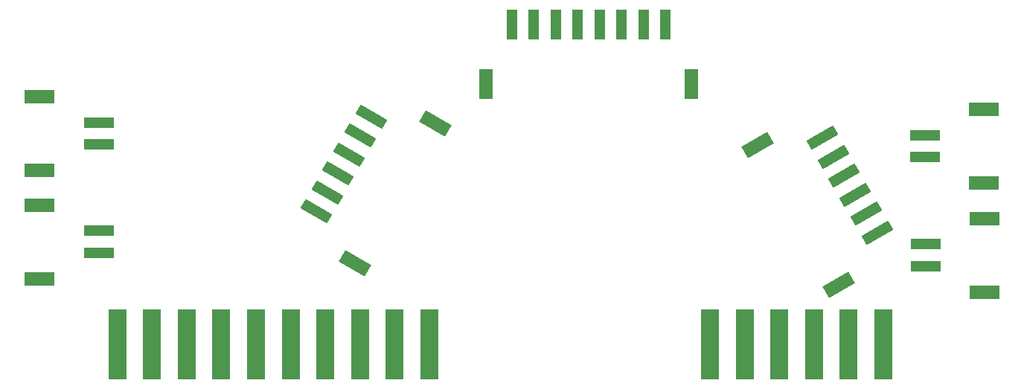
<source format=gtp>
G04*
G04 #@! TF.GenerationSoftware,Altium Limited,Altium Designer,18.1.7 (191)*
G04*
G04 Layer_Color=8421504*
%FSLAX44Y44*%
%MOMM*%
G71*
G01*
G75*
%ADD11R,1.2000X3.5000*%
%ADD12R,1.5000X3.4000*%
G04:AMPARAMS|DCode=13|XSize=1.2mm|YSize=3.5mm|CornerRadius=0mm|HoleSize=0mm|Usage=FLASHONLY|Rotation=120.000|XOffset=0mm|YOffset=0mm|HoleType=Round|Shape=Rectangle|*
%AMROTATEDRECTD13*
4,1,4,1.8156,0.3554,-1.2155,-1.3946,-1.8156,-0.3554,1.2155,1.3946,1.8156,0.3554,0.0*
%
%ADD13ROTATEDRECTD13*%

G04:AMPARAMS|DCode=14|XSize=1.5mm|YSize=3.4mm|CornerRadius=0mm|HoleSize=0mm|Usage=FLASHONLY|Rotation=120.000|XOffset=0mm|YOffset=0mm|HoleType=Round|Shape=Rectangle|*
%AMROTATEDRECTD14*
4,1,4,1.8472,0.2005,-1.0972,-1.4995,-1.8472,-0.2005,1.0972,1.4995,1.8472,0.2005,0.0*
%
%ADD14ROTATEDRECTD14*%

%ADD15R,3.4000X1.5000*%
%ADD16R,3.5000X1.2000*%
G04:AMPARAMS|DCode=17|XSize=1.2mm|YSize=3.5mm|CornerRadius=0mm|HoleSize=0mm|Usage=FLASHONLY|Rotation=240.000|XOffset=0mm|YOffset=0mm|HoleType=Round|Shape=Rectangle|*
%AMROTATEDRECTD17*
4,1,4,-1.2155,1.3946,1.8156,-0.3554,1.2155,-1.3946,-1.8156,0.3554,-1.2155,1.3946,0.0*
%
%ADD17ROTATEDRECTD17*%

G04:AMPARAMS|DCode=18|XSize=1.5mm|YSize=3.4mm|CornerRadius=0mm|HoleSize=0mm|Usage=FLASHONLY|Rotation=240.000|XOffset=0mm|YOffset=0mm|HoleType=Round|Shape=Rectangle|*
%AMROTATEDRECTD18*
4,1,4,-1.0972,1.4995,1.8472,-0.2005,1.0972,-1.4995,-1.8472,0.2005,-1.0972,1.4995,0.0*
%
%ADD18ROTATEDRECTD18*%

%ADD19R,2.0000X8.0000*%
D11*
X1091000Y661670D02*
D03*
X1066000D02*
D03*
X1041000D02*
D03*
X1016000D02*
D03*
X991000D02*
D03*
X966000D02*
D03*
X941000D02*
D03*
X916000D02*
D03*
D12*
X1120500Y594170D02*
D03*
X886500D02*
D03*
D13*
X1331611Y424479D02*
D03*
X1319111Y446130D02*
D03*
X1306611Y467781D02*
D03*
X1294111Y489431D02*
D03*
X1281611Y511082D02*
D03*
X1269110Y532733D02*
D03*
D14*
X1287904Y365182D02*
D03*
X1195904Y524530D02*
D03*
D15*
X378460Y495300D02*
D03*
Y579300D02*
D03*
Y372140D02*
D03*
Y456140D02*
D03*
X1453390Y565120D02*
D03*
Y481120D02*
D03*
X1454150Y440870D02*
D03*
Y356870D02*
D03*
D16*
X445960Y524800D02*
D03*
Y549800D02*
D03*
Y401640D02*
D03*
Y426640D02*
D03*
X1385890Y535620D02*
D03*
Y510620D02*
D03*
X1386650Y411370D02*
D03*
Y386370D02*
D03*
D17*
X693449Y448657D02*
D03*
X705949Y470308D02*
D03*
X718449Y491959D02*
D03*
X730949Y513609D02*
D03*
X743449Y535260D02*
D03*
X755949Y556911D02*
D03*
D18*
X737156Y389360D02*
D03*
X829156Y548708D02*
D03*
D19*
X467360Y297180D02*
D03*
X506760D02*
D03*
X546160D02*
D03*
X585560D02*
D03*
X624960D02*
D03*
X664360D02*
D03*
X703760D02*
D03*
X743160D02*
D03*
X782560D02*
D03*
X821960D02*
D03*
X1338610D02*
D03*
X1299210D02*
D03*
X1259810D02*
D03*
X1220410D02*
D03*
X1181010D02*
D03*
X1141610D02*
D03*
M02*

</source>
